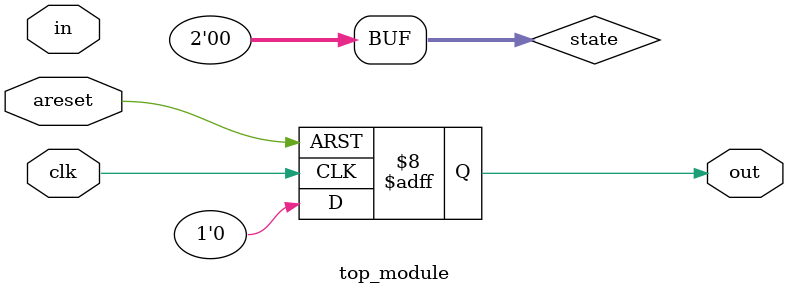
<source format=sv>
module top_module (
    input clk,
    input in,
    input areset,
    output reg out
);

    // Define the states of the state machine
    parameter A = 2'b00, B = 2'b01, C = 2'b10, D = 2'b11;

    // Register to store the current state
    reg [1:0] state;

    // Combinational logic to determine the next state
    always @(*) begin
        case (state)
            A: begin
                if (in) state = B;
                else state = A;
            end
            B: begin
                if (in) state = B;
                else state = C;
            end
            C: begin
                if (in) state = D;
                else state = A;
            end
            D: begin
                if (in) state = B;
                else state = C;
            end
            default: state = A;
        endcase
    end

    // Sequential logic to update the state register
    always @(posedge clk or posedge areset) begin
        if (areset) state <= A;
        else state <= state;
    end

    // Assign the output based on the current state
    always @(posedge clk or posedge areset) begin
        if (areset) out <= 0;
        else if (state == D) out <= 1;
        else out <= 0;
    end

endmodule

</source>
